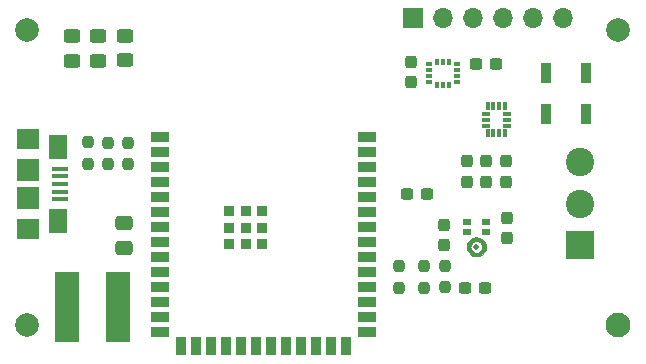
<source format=gts>
G04 #@! TF.GenerationSoftware,KiCad,Pcbnew,7.0.1*
G04 #@! TF.CreationDate,2023-11-26T12:32:17+08:00*
G04 #@! TF.ProjectId,SourceFIle,536f7572-6365-4464-996c-652e6b696361,02*
G04 #@! TF.SameCoordinates,Original*
G04 #@! TF.FileFunction,Soldermask,Top*
G04 #@! TF.FilePolarity,Negative*
%FSLAX46Y46*%
G04 Gerber Fmt 4.6, Leading zero omitted, Abs format (unit mm)*
G04 Created by KiCad (PCBNEW 7.0.1) date 2023-11-26 12:32:17*
%MOMM*%
%LPD*%
G01*
G04 APERTURE LIST*
G04 Aperture macros list*
%AMRoundRect*
0 Rectangle with rounded corners*
0 $1 Rounding radius*
0 $2 $3 $4 $5 $6 $7 $8 $9 X,Y pos of 4 corners*
0 Add a 4 corners polygon primitive as box body*
4,1,4,$2,$3,$4,$5,$6,$7,$8,$9,$2,$3,0*
0 Add four circle primitives for the rounded corners*
1,1,$1+$1,$2,$3*
1,1,$1+$1,$4,$5*
1,1,$1+$1,$6,$7*
1,1,$1+$1,$8,$9*
0 Add four rect primitives between the rounded corners*
20,1,$1+$1,$2,$3,$4,$5,0*
20,1,$1+$1,$4,$5,$6,$7,0*
20,1,$1+$1,$6,$7,$8,$9,0*
20,1,$1+$1,$8,$9,$2,$3,0*%
G04 Aperture macros list end*
%ADD10C,0.100000*%
%ADD11RoundRect,0.237500X0.237500X-0.300000X0.237500X0.300000X-0.237500X0.300000X-0.237500X-0.300000X0*%
%ADD12RoundRect,0.237500X-0.237500X0.250000X-0.237500X-0.250000X0.237500X-0.250000X0.237500X0.250000X0*%
%ADD13RoundRect,0.237500X-0.237500X0.300000X-0.237500X-0.300000X0.237500X-0.300000X0.237500X0.300000X0*%
%ADD14R,1.700000X1.700000*%
%ADD15O,1.700000X1.700000*%
%ADD16RoundRect,0.237500X0.300000X0.237500X-0.300000X0.237500X-0.300000X-0.237500X0.300000X-0.237500X0*%
%ADD17RoundRect,0.250000X-0.450000X0.325000X-0.450000X-0.325000X0.450000X-0.325000X0.450000X0.325000X0*%
%ADD18R,0.900000X1.700000*%
%ADD19R,1.500000X0.900000*%
%ADD20R,0.900000X1.500000*%
%ADD21R,0.900000X0.900000*%
%ADD22R,2.000000X6.000000*%
%ADD23C,2.000000*%
%ADD24RoundRect,0.237500X0.237500X-0.250000X0.237500X0.250000X-0.237500X0.250000X-0.237500X-0.250000X0*%
%ADD25R,2.400000X2.400000*%
%ADD26C,2.400000*%
%ADD27C,0.508000*%
%ADD28R,0.736600X0.533400*%
%ADD29R,0.300000X0.300000*%
%ADD30R,1.350000X0.400000*%
%ADD31R,1.600000X2.100000*%
%ADD32R,1.900000X1.800000*%
%ADD33R,1.900000X1.900000*%
%ADD34RoundRect,0.237500X-0.300000X-0.237500X0.300000X-0.237500X0.300000X0.237500X-0.300000X0.237500X0*%
%ADD35RoundRect,0.250000X-0.475000X0.337500X-0.475000X-0.337500X0.475000X-0.337500X0.475000X0.337500X0*%
%ADD36RoundRect,0.007000X0.168000X-0.298000X0.168000X0.298000X-0.168000X0.298000X-0.168000X-0.298000X0*%
%ADD37RoundRect,0.007000X0.298000X0.168000X-0.298000X0.168000X-0.298000X-0.168000X0.298000X-0.168000X0*%
%ADD38RoundRect,0.007000X-0.168000X0.298000X-0.168000X-0.298000X0.168000X-0.298000X0.168000X0.298000X0*%
%ADD39RoundRect,0.007000X-0.298000X-0.168000X0.298000X-0.168000X0.298000X0.168000X-0.298000X0.168000X0*%
%ADD40C,2.100000*%
%ADD41R,0.576580X0.351536*%
%ADD42R,0.351536X0.576580*%
G04 APERTURE END LIST*
D10*
X167079919Y-89943781D02*
X167306502Y-90059231D01*
X167486319Y-90239048D01*
X167601769Y-90465631D01*
X167641550Y-90716800D01*
X167601769Y-90967969D01*
X167486319Y-91194552D01*
X167306502Y-91374369D01*
X167079919Y-91489819D01*
X166828750Y-91529600D01*
X166757910Y-91526507D01*
X166784475Y-91222867D01*
X166828750Y-91224800D01*
X166985731Y-91199937D01*
X167127345Y-91127780D01*
X167239731Y-91015395D01*
X167311887Y-90873780D01*
X167336750Y-90716800D01*
X167311887Y-90559819D01*
X167239731Y-90418205D01*
X167127345Y-90305819D01*
X166985731Y-90233663D01*
X166828750Y-90208800D01*
X166784475Y-90210733D01*
X166757910Y-89907093D01*
X166828750Y-89904000D01*
X167079919Y-89943781D01*
G36*
X167079919Y-89943781D02*
G01*
X167306502Y-90059231D01*
X167486319Y-90239048D01*
X167601769Y-90465631D01*
X167641550Y-90716800D01*
X167601769Y-90967969D01*
X167486319Y-91194552D01*
X167306502Y-91374369D01*
X167079919Y-91489819D01*
X166828750Y-91529600D01*
X166757910Y-91526507D01*
X166784475Y-91222867D01*
X166828750Y-91224800D01*
X166985731Y-91199937D01*
X167127345Y-91127780D01*
X167239731Y-91015395D01*
X167311887Y-90873780D01*
X167336750Y-90716800D01*
X167311887Y-90559819D01*
X167239731Y-90418205D01*
X167127345Y-90305819D01*
X166985731Y-90233663D01*
X166828750Y-90208800D01*
X166784475Y-90210733D01*
X166757910Y-89907093D01*
X166828750Y-89904000D01*
X167079919Y-89943781D01*
G37*
X166899590Y-89907093D02*
X166873025Y-90210733D01*
X166828750Y-90208800D01*
X166671769Y-90233663D01*
X166530155Y-90305819D01*
X166417769Y-90418205D01*
X166345613Y-90559819D01*
X166320750Y-90716800D01*
X166345613Y-90873780D01*
X166417769Y-91015395D01*
X166530155Y-91127780D01*
X166671769Y-91199937D01*
X166828750Y-91224800D01*
X166873025Y-91222867D01*
X166899590Y-91526507D01*
X166828750Y-91529600D01*
X166577581Y-91489819D01*
X166350998Y-91374369D01*
X166171181Y-91194552D01*
X166055731Y-90967969D01*
X166015950Y-90716800D01*
X166055731Y-90465631D01*
X166171181Y-90239048D01*
X166350998Y-90059231D01*
X166577581Y-89943781D01*
X166828750Y-89904000D01*
X166899590Y-89907093D01*
G36*
X166899590Y-89907093D02*
G01*
X166873025Y-90210733D01*
X166828750Y-90208800D01*
X166671769Y-90233663D01*
X166530155Y-90305819D01*
X166417769Y-90418205D01*
X166345613Y-90559819D01*
X166320750Y-90716800D01*
X166345613Y-90873780D01*
X166417769Y-91015395D01*
X166530155Y-91127780D01*
X166671769Y-91199937D01*
X166828750Y-91224800D01*
X166873025Y-91222867D01*
X166899590Y-91526507D01*
X166828750Y-91529600D01*
X166577581Y-91489819D01*
X166350998Y-91374369D01*
X166171181Y-91194552D01*
X166055731Y-90967969D01*
X166015950Y-90716800D01*
X166055731Y-90465631D01*
X166171181Y-90239048D01*
X166350998Y-90059231D01*
X166577581Y-89943781D01*
X166828750Y-89904000D01*
X166899590Y-89907093D01*
G37*
D11*
X169321250Y-85210000D03*
X169321250Y-83485000D03*
D12*
X135621250Y-81895000D03*
X135621250Y-83720000D03*
D13*
X167661250Y-83495000D03*
X167661250Y-85220000D03*
X169421250Y-88272500D03*
X169421250Y-89997500D03*
D14*
X161471250Y-71375000D03*
D15*
X164011250Y-71375000D03*
X166551250Y-71375000D03*
X169091250Y-71375000D03*
X171631250Y-71375000D03*
X174171250Y-71375000D03*
D16*
X167573750Y-94195000D03*
X165848750Y-94195000D03*
D17*
X137110000Y-72892500D03*
X137110000Y-74942500D03*
D16*
X162633750Y-86275000D03*
X160908750Y-86275000D03*
D18*
X176140615Y-76007104D03*
X172740615Y-76007104D03*
D19*
X140061250Y-81395000D03*
X140061250Y-82665000D03*
X140061250Y-83935000D03*
X140061250Y-85205000D03*
X140061250Y-86475000D03*
X140061250Y-87745000D03*
X140061250Y-89015000D03*
X140061250Y-90285000D03*
X140061250Y-91555000D03*
X140061250Y-92825000D03*
X140061250Y-94095000D03*
X140061250Y-95365000D03*
X140061250Y-96635000D03*
X140061250Y-97905000D03*
D20*
X141826250Y-99155000D03*
X143096250Y-99155000D03*
X144366250Y-99155000D03*
X145636250Y-99155000D03*
X146906250Y-99155000D03*
X148176250Y-99155000D03*
X149446250Y-99155000D03*
X150716250Y-99155000D03*
X151986250Y-99155000D03*
X153256250Y-99155000D03*
X154526250Y-99155000D03*
X155796250Y-99155000D03*
D19*
X157561250Y-97905000D03*
X157561250Y-96635000D03*
X157561250Y-95365000D03*
X157561250Y-94095000D03*
X157561250Y-92825000D03*
X157561250Y-91555000D03*
X157561250Y-90285000D03*
X157561250Y-89015000D03*
X157561250Y-87745000D03*
X157561250Y-86475000D03*
X157561250Y-85205000D03*
X157561250Y-83935000D03*
X157561250Y-82665000D03*
X157561250Y-81395000D03*
D21*
X147311250Y-89115000D03*
X145911250Y-87715000D03*
X145911250Y-89115000D03*
X145911250Y-90515000D03*
X147311250Y-90515000D03*
X148711250Y-90515000D03*
X148711250Y-89115000D03*
X148711250Y-87715000D03*
X147311250Y-87715000D03*
D22*
X136491250Y-95795000D03*
X132191250Y-95795000D03*
D11*
X164121250Y-90557500D03*
X164121250Y-88832500D03*
D23*
X178831250Y-72375000D03*
D24*
X160291250Y-94177500D03*
X160291250Y-92352500D03*
D25*
X175591250Y-90555000D03*
D26*
X175591250Y-87055000D03*
X175591250Y-83555000D03*
D18*
X176131250Y-79485000D03*
X172731250Y-79485000D03*
D17*
X134790000Y-72900000D03*
X134790000Y-74950000D03*
D12*
X133911250Y-81885000D03*
X133911250Y-83710000D03*
D24*
X164131250Y-94157500D03*
X164131250Y-92332500D03*
D11*
X161275000Y-76787500D03*
X161275000Y-75062500D03*
D27*
X166828750Y-90716800D03*
D28*
X165991250Y-88642800D03*
X165991250Y-89465000D03*
D29*
X166828750Y-91377200D03*
D28*
X167666250Y-89465000D03*
X167666250Y-88642800D03*
D30*
X131566250Y-84100000D03*
X131566250Y-84750000D03*
X131566250Y-85400000D03*
X131566250Y-86050000D03*
X131566250Y-86700000D03*
D31*
X131441250Y-82300000D03*
X131441250Y-88500000D03*
D32*
X128891250Y-81600000D03*
D33*
X128891250Y-84200000D03*
X128891250Y-86600000D03*
D32*
X128891250Y-89200000D03*
D23*
X128791250Y-97375000D03*
D12*
X162391250Y-92375000D03*
X162391250Y-94200000D03*
D34*
X166787500Y-75225000D03*
X168512500Y-75225000D03*
D35*
X136961250Y-88727500D03*
X136961250Y-90802500D03*
D23*
X128791250Y-72375000D03*
D36*
X169266250Y-78802500D03*
X168766250Y-78802500D03*
X168266250Y-78802500D03*
X167766250Y-78802500D03*
D37*
X167606250Y-79462500D03*
X167606250Y-79962500D03*
X167606250Y-80462500D03*
D38*
X167766250Y-81122500D03*
X168266250Y-81122500D03*
X168766250Y-81122500D03*
X169266250Y-81122500D03*
D39*
X169426250Y-80462500D03*
X169426250Y-79962500D03*
X169426250Y-79462500D03*
D13*
X166001250Y-83485000D03*
X166001250Y-85210000D03*
D12*
X137311250Y-81905000D03*
X137311250Y-83730000D03*
D40*
X178831250Y-97375000D03*
D17*
X132560000Y-72900000D03*
X132560000Y-74950000D03*
D41*
X165199000Y-76775001D03*
X165199000Y-76275000D03*
X165199000Y-75775000D03*
X165199000Y-75274999D03*
D42*
X164488699Y-75068700D03*
X163988700Y-75068700D03*
X163488701Y-75068700D03*
D41*
X162778400Y-75274999D03*
X162778400Y-75775000D03*
X162778400Y-76275000D03*
X162778400Y-76775001D03*
D42*
X163488701Y-76981300D03*
X163988700Y-76981300D03*
X164488699Y-76981300D03*
M02*

</source>
